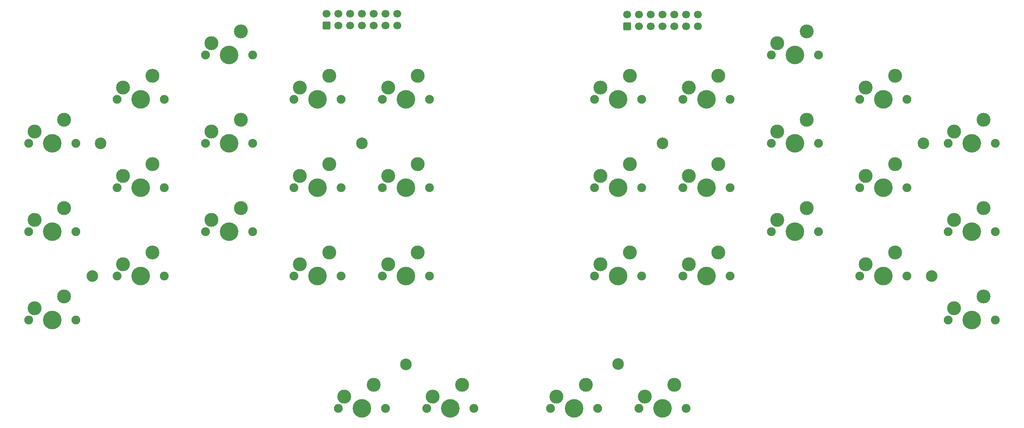
<source format=gts>
%TF.GenerationSoftware,KiCad,Pcbnew,(6.0.7-1)-1*%
%TF.CreationDate,2022-08-07T10:51:53+08:00*%
%TF.ProjectId,Input,496e7075-742e-46b6-9963-61645f706362,2*%
%TF.SameCoordinates,PX7616b68PY48ab840*%
%TF.FileFunction,Soldermask,Top*%
%TF.FilePolarity,Negative*%
%FSLAX46Y46*%
G04 Gerber Fmt 4.6, Leading zero omitted, Abs format (unit mm)*
G04 Created by KiCad (PCBNEW (6.0.7-1)-1) date 2022-08-07 10:51:53*
%MOMM*%
%LPD*%
G01*
G04 APERTURE LIST*
G04 Aperture macros list*
%AMRoundRect*
0 Rectangle with rounded corners*
0 $1 Rounding radius*
0 $2 $3 $4 $5 $6 $7 $8 $9 X,Y pos of 4 corners*
0 Add a 4 corners polygon primitive as box body*
4,1,4,$2,$3,$4,$5,$6,$7,$8,$9,$2,$3,0*
0 Add four circle primitives for the rounded corners*
1,1,$1+$1,$2,$3*
1,1,$1+$1,$4,$5*
1,1,$1+$1,$6,$7*
1,1,$1+$1,$8,$9*
0 Add four rect primitives between the rounded corners*
20,1,$1+$1,$2,$3,$4,$5,0*
20,1,$1+$1,$4,$5,$6,$7,0*
20,1,$1+$1,$6,$7,$8,$9,0*
20,1,$1+$1,$8,$9,$2,$3,0*%
G04 Aperture macros list end*
%ADD10C,1.900000*%
%ADD11C,3.000000*%
%ADD12C,4.000000*%
%ADD13C,2.500000*%
%ADD14RoundRect,0.250000X0.600000X-0.600000X0.600000X0.600000X-0.600000X0.600000X-0.600000X-0.600000X0*%
%ADD15C,1.700000*%
G04 APERTURE END LIST*
D10*
%TO.C,SW1*%
X-71755000Y0D03*
D11*
X-70485000Y2540000D03*
X-64135000Y5080000D03*
D10*
X-61595000Y0D03*
D12*
X-66675000Y0D03*
%TD*%
D10*
%TO.C,SW7*%
X69215000Y9525000D03*
X79375000Y9525000D03*
D11*
X70485000Y12065000D03*
D12*
X74295000Y9525000D03*
D11*
X76835000Y14605000D03*
%TD*%
D10*
%TO.C,SW8*%
X88265000Y19050000D03*
D11*
X89535000Y21590000D03*
X95885000Y24130000D03*
D10*
X98425000Y19050000D03*
D12*
X93345000Y19050000D03*
%TD*%
D11*
%TO.C,SW2*%
X-45085000Y14605000D03*
D10*
X-42545000Y9525000D03*
X-52705000Y9525000D03*
D12*
X-47625000Y9525000D03*
D11*
X-51435000Y12065000D03*
%TD*%
D10*
%TO.C,SW3*%
X-23495000Y19050000D03*
D11*
X-26035000Y24130000D03*
X-32385000Y21590000D03*
D10*
X-33655000Y19050000D03*
D12*
X-28575000Y19050000D03*
%TD*%
D10*
%TO.C,SW4*%
X-14605000Y9525000D03*
D11*
X-6985000Y14605000D03*
D10*
X-4445000Y9525000D03*
D11*
X-13335000Y12065000D03*
D12*
X-9525000Y9525000D03*
%TD*%
D10*
%TO.C,SW5*%
X14605000Y9525000D03*
D11*
X12065000Y14605000D03*
X5715000Y12065000D03*
D10*
X4445000Y9525000D03*
D12*
X9525000Y9525000D03*
%TD*%
D10*
%TO.C,SW9*%
X107315000Y9525000D03*
D12*
X112395000Y9525000D03*
D10*
X117475000Y9525000D03*
D11*
X114935000Y14605000D03*
X108585000Y12065000D03*
%TD*%
%TO.C,SW10*%
X127635000Y2540000D03*
X133985000Y5080000D03*
D10*
X136525000Y0D03*
D12*
X131445000Y0D03*
D10*
X126365000Y0D03*
%TD*%
%TO.C,SW11*%
X-61595000Y-19050000D03*
D11*
X-70485000Y-16510000D03*
X-64135000Y-13970000D03*
D10*
X-71755000Y-19050000D03*
D12*
X-66675000Y-19050000D03*
%TD*%
%TO.C,SW13*%
X-28575000Y0D03*
D10*
X-33655000Y0D03*
D11*
X-32385000Y2540000D03*
X-26035000Y5080000D03*
D10*
X-23495000Y0D03*
%TD*%
D11*
%TO.C,SW14*%
X-6985000Y-4445000D03*
X-13335000Y-6985000D03*
D10*
X-4445000Y-9525000D03*
D12*
X-9525000Y-9525000D03*
D10*
X-14605000Y-9525000D03*
%TD*%
D11*
%TO.C,SW15*%
X5715000Y-6985000D03*
D12*
X9525000Y-9525000D03*
D10*
X4445000Y-9525000D03*
X14605000Y-9525000D03*
D11*
X12065000Y-4445000D03*
%TD*%
%TO.C,SW16*%
X51435000Y-6985000D03*
X57785000Y-4445000D03*
D10*
X50165000Y-9525000D03*
D12*
X55245000Y-9525000D03*
D10*
X60325000Y-9525000D03*
%TD*%
D11*
%TO.C,SW17*%
X76835000Y-4445000D03*
X70485000Y-6985000D03*
D10*
X79375000Y-9525000D03*
X69215000Y-9525000D03*
D12*
X74295000Y-9525000D03*
%TD*%
D11*
%TO.C,SW22*%
X-51435000Y-26035000D03*
X-45085000Y-23495000D03*
D12*
X-47625000Y-28575000D03*
D10*
X-42545000Y-28575000D03*
X-52705000Y-28575000D03*
%TD*%
%TO.C,SW23*%
X-23495000Y-19050000D03*
X-33655000Y-19050000D03*
D12*
X-28575000Y-19050000D03*
D11*
X-32385000Y-16510000D03*
X-26035000Y-13970000D03*
%TD*%
D13*
%TO.C,H1*%
X-56261000Y0D03*
%TD*%
%TO.C,H2*%
X-58039000Y-28575000D03*
%TD*%
%TO.C,H3*%
X0Y0D03*
%TD*%
D14*
%TO.C,J1*%
X-7620000Y25400000D03*
D15*
X-7620000Y27940000D03*
X-5080000Y25400000D03*
X-5080000Y27940000D03*
X-2540000Y25400000D03*
X-2540000Y27940000D03*
X0Y25400000D03*
X0Y27940000D03*
X2540000Y25400000D03*
X2540000Y27940000D03*
X5080000Y25400000D03*
X5080000Y27940000D03*
X7620000Y25400000D03*
X7620000Y27940000D03*
%TD*%
D11*
%TO.C,SW28*%
X95885000Y-13970000D03*
D12*
X93345000Y-19050000D03*
D11*
X89535000Y-16510000D03*
D10*
X88265000Y-19050000D03*
X98425000Y-19050000D03*
%TD*%
D13*
%TO.C,H6*%
X55245000Y-47523400D03*
%TD*%
D10*
%TO.C,SW33*%
X40640000Y-57150000D03*
D11*
X48260000Y-52070000D03*
D12*
X45720000Y-57150000D03*
D11*
X41910000Y-54610000D03*
D10*
X50800000Y-57150000D03*
%TD*%
D11*
%TO.C,SW20*%
X133985000Y-13970000D03*
D10*
X126365000Y-19050000D03*
D12*
X131445000Y-19050000D03*
D10*
X136525000Y-19050000D03*
D11*
X127635000Y-16510000D03*
%TD*%
%TO.C,SW19*%
X114935000Y-4445000D03*
D12*
X112395000Y-9525000D03*
D10*
X107315000Y-9525000D03*
D11*
X108585000Y-6985000D03*
D10*
X117475000Y-9525000D03*
%TD*%
%TO.C,SW26*%
X50165000Y-28575000D03*
D12*
X55245000Y-28575000D03*
D11*
X51435000Y-26035000D03*
D10*
X60325000Y-28575000D03*
D11*
X57785000Y-23495000D03*
%TD*%
%TO.C,SW31*%
X2540000Y-52070000D03*
D10*
X-5080000Y-57150000D03*
D12*
X0Y-57150000D03*
D10*
X5080000Y-57150000D03*
D11*
X-3810000Y-54610000D03*
%TD*%
%TO.C,SW34*%
X67310000Y-52070000D03*
D10*
X59690000Y-57150000D03*
D11*
X60960000Y-54610000D03*
D12*
X64770000Y-57150000D03*
D10*
X69850000Y-57150000D03*
%TD*%
D11*
%TO.C,SW27*%
X70485000Y-26035000D03*
X76835000Y-23495000D03*
D12*
X74295000Y-28575000D03*
D10*
X79375000Y-28575000D03*
X69215000Y-28575000D03*
%TD*%
D14*
%TO.C,J2*%
X57150000Y25282500D03*
D15*
X57150000Y27822500D03*
X59690000Y25282500D03*
X59690000Y27822500D03*
X62230000Y25282500D03*
X62230000Y27822500D03*
X64770000Y25282500D03*
X64770000Y27822500D03*
X67310000Y25282500D03*
X67310000Y27822500D03*
X69850000Y25282500D03*
X69850000Y27822500D03*
X72390000Y25282500D03*
X72390000Y27822500D03*
%TD*%
D12*
%TO.C,SW29*%
X112395000Y-28575000D03*
D11*
X114935000Y-23495000D03*
D10*
X107315000Y-28575000D03*
D11*
X108585000Y-26035000D03*
D10*
X117475000Y-28575000D03*
%TD*%
D13*
%TO.C,H4*%
X121031000Y0D03*
%TD*%
%TO.C,H7*%
X122809000Y-28575000D03*
%TD*%
D10*
%TO.C,SW24*%
X-4445000Y-28575000D03*
D11*
X-6985000Y-23495000D03*
X-13335000Y-26035000D03*
D10*
X-14605000Y-28575000D03*
D12*
X-9525000Y-28575000D03*
%TD*%
%TO.C,SW21*%
X-66675000Y-38100000D03*
D10*
X-71755000Y-38100000D03*
X-61595000Y-38100000D03*
D11*
X-70485000Y-35560000D03*
X-64135000Y-33020000D03*
%TD*%
%TO.C,SW25*%
X12065000Y-23495000D03*
D12*
X9525000Y-28575000D03*
D10*
X4445000Y-28575000D03*
X14605000Y-28575000D03*
D11*
X5715000Y-26035000D03*
%TD*%
D10*
%TO.C,SW30*%
X126365000Y-38100000D03*
X136525000Y-38100000D03*
D11*
X127635000Y-35560000D03*
X133985000Y-33020000D03*
D12*
X131445000Y-38100000D03*
%TD*%
D10*
%TO.C,SW12*%
X-52705000Y-9525000D03*
D12*
X-47625000Y-9525000D03*
D10*
X-42545000Y-9525000D03*
D11*
X-45085000Y-4445000D03*
X-51435000Y-6985000D03*
%TD*%
D10*
%TO.C,SW6*%
X60325000Y9525000D03*
D11*
X51435000Y12065000D03*
X57785000Y14605000D03*
D10*
X50165000Y9525000D03*
D12*
X55245000Y9525000D03*
%TD*%
D13*
%TO.C,H8*%
X64770000Y0D03*
%TD*%
%TO.C,H5*%
X9525000Y-47625000D03*
%TD*%
D11*
%TO.C,SW18*%
X95885000Y5080000D03*
D10*
X98425000Y0D03*
X88265000Y0D03*
D11*
X89535000Y2540000D03*
D12*
X93345000Y0D03*
%TD*%
D11*
%TO.C,SW32*%
X21590000Y-52070000D03*
D10*
X24130000Y-57150000D03*
D12*
X19050000Y-57150000D03*
D10*
X13970000Y-57150000D03*
D11*
X15240000Y-54610000D03*
%TD*%
M02*

</source>
